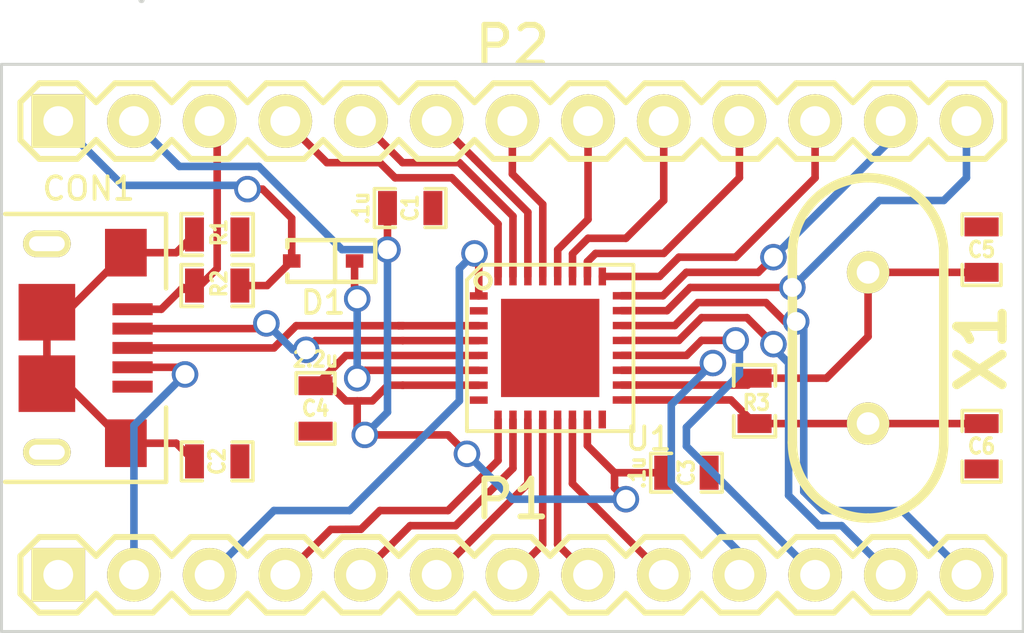
<source format=kicad_pcb>
(kicad_pcb (version 3) (host pcbnew "(2013-may-18)-stable")

  (general
    (links 57)
    (no_connects 11)
    (area 34.874999 48.844999 69.265001 67.995001)
    (thickness 1.6)
    (drawings 7)
    (tracks 218)
    (zones 0)
    (modules 15)
    (nets 34)
  )

  (page A3)
  (layers
    (15 F.Cu signal)
    (0 B.Cu signal)
    (16 B.Adhes user)
    (17 F.Adhes user)
    (18 B.Paste user)
    (19 F.Paste user)
    (20 B.SilkS user)
    (21 F.SilkS user)
    (22 B.Mask user)
    (23 F.Mask user)
    (24 Dwgs.User user)
    (25 Cmts.User user)
    (26 Eco1.User user)
    (27 Eco2.User user)
    (28 Edge.Cuts user)
  )

  (setup
    (last_trace_width 0.254)
    (trace_clearance 0.1524)
    (zone_clearance 0.508)
    (zone_45_only no)
    (trace_min 0.1524)
    (segment_width 0.2)
    (edge_width 0.1)
    (via_size 0.889)
    (via_drill 0.635)
    (via_min_size 0.889)
    (via_min_drill 0.508)
    (uvia_size 0.508)
    (uvia_drill 0.127)
    (uvias_allowed no)
    (uvia_min_size 0.508)
    (uvia_min_drill 0.127)
    (pcb_text_width 0.3)
    (pcb_text_size 1.5 1.5)
    (mod_edge_width 0.15)
    (mod_text_size 1 1)
    (mod_text_width 0.15)
    (pad_size 3.29946 3.29946)
    (pad_drill 0)
    (pad_to_mask_clearance 0)
    (aux_axis_origin 0 0)
    (visible_elements FFFFFFBF)
    (pcbplotparams
      (layerselection 3178497)
      (usegerberextensions true)
      (excludeedgelayer true)
      (linewidth 0.150000)
      (plotframeref false)
      (viasonmask false)
      (mode 1)
      (useauxorigin false)
      (hpglpennumber 1)
      (hpglpenspeed 20)
      (hpglpendiameter 15)
      (hpglpenoverlay 2)
      (psnegative false)
      (psa4output false)
      (plotreference true)
      (plotvalue true)
      (plotothertext true)
      (plotinvisibletext false)
      (padsonsilk false)
      (subtractmaskfromsilk false)
      (outputformat 1)
      (mirror false)
      (drillshape 1)
      (scaleselection 1)
      (outputdirectory ""))
  )

  (net 0 "")
  (net 1 +3.3V)
  (net 2 /ID)
  (net 3 /PTA0)
  (net 4 /PTA1)
  (net 5 /PTA2)
  (net 6 /PTA20)
  (net 7 /PTA3)
  (net 8 /PTA4)
  (net 9 /PTB0)
  (net 10 /PTB1)
  (net 11 /PTC1)
  (net 12 /PTC2)
  (net 13 /PTC3)
  (net 14 /PTC4)
  (net 15 /PTC5)
  (net 16 /PTC6)
  (net 17 /PTC7)
  (net 18 /PTD4)
  (net 19 /PTD5)
  (net 20 /PTD6)
  (net 21 /PTD7)
  (net 22 /PTE0)
  (net 23 /PTE30)
  (net 24 /U1_THERM)
  (net 25 GND)
  (net 26 N-0000011)
  (net 27 N-0000012)
  (net 28 N-0000013)
  (net 29 N-0000014)
  (net 30 N-000002)
  (net 31 N-0000025)
  (net 32 N-000003)
  (net 33 VDD)

  (net_class Default "This is the default net class."
    (clearance 0.1524)
    (trace_width 0.254)
    (via_dia 0.889)
    (via_drill 0.635)
    (uvia_dia 0.508)
    (uvia_drill 0.127)
    (add_net "")
    (add_net +3.3V)
    (add_net /ID)
    (add_net /PTA0)
    (add_net /PTA1)
    (add_net /PTA2)
    (add_net /PTA20)
    (add_net /PTA3)
    (add_net /PTA4)
    (add_net /PTB0)
    (add_net /PTB1)
    (add_net /PTC1)
    (add_net /PTC2)
    (add_net /PTC3)
    (add_net /PTC4)
    (add_net /PTC5)
    (add_net /PTC6)
    (add_net /PTC7)
    (add_net /PTD4)
    (add_net /PTD5)
    (add_net /PTD6)
    (add_net /PTD7)
    (add_net /PTE0)
    (add_net /PTE30)
    (add_net /U1_THERM)
    (add_net GND)
    (add_net N-0000011)
    (add_net N-0000012)
    (add_net N-0000013)
    (add_net N-0000014)
    (add_net N-000002)
    (add_net N-0000025)
    (add_net N-000003)
    (add_net VDD)
  )

  (module SM0603_Resistor (layer F.Cu) (tedit 54493C62) (tstamp 54489E94)
    (at 42.164 56.3245)
    (path /54489783)
    (attr smd)
    (fp_text reference R2 (at 0.0635 -0.0635 90) (layer F.SilkS)
      (effects (font (size 0.50038 0.4572) (thickness 0.1143)))
    )
    (fp_text value 0 (at -1.69926 0 90) (layer F.SilkS) hide
      (effects (font (size 0.508 0.4572) (thickness 0.1143)))
    )
    (fp_line (start -0.50038 -0.6985) (end -1.2065 -0.6985) (layer F.SilkS) (width 0.127))
    (fp_line (start -1.2065 -0.6985) (end -1.2065 0.6985) (layer F.SilkS) (width 0.127))
    (fp_line (start -1.2065 0.6985) (end -0.50038 0.6985) (layer F.SilkS) (width 0.127))
    (fp_line (start 1.2065 -0.6985) (end 0.50038 -0.6985) (layer F.SilkS) (width 0.127))
    (fp_line (start 1.2065 -0.6985) (end 1.2065 0.6985) (layer F.SilkS) (width 0.127))
    (fp_line (start 1.2065 0.6985) (end 0.50038 0.6985) (layer F.SilkS) (width 0.127))
    (pad 1 smd rect (at -0.762 0) (size 0.635 1.143)
      (layers F.Cu F.Paste F.Mask)
      (net 31 N-0000025)
    )
    (pad 2 smd rect (at 0.762 0) (size 0.635 1.143)
      (layers F.Cu F.Paste F.Mask)
      (net 33 VDD)
    )
    (model smd\resistors\R0603.wrl
      (at (xyz 0 0 0.001))
      (scale (xyz 0.5 0.5 0.5))
      (rotate (xyz 0 0 0))
    )
  )

  (module SM0603_Resistor (layer F.Cu) (tedit 54493C74) (tstamp 54489EA0)
    (at 60.198 60.198 270)
    (path /54489B96)
    (attr smd)
    (fp_text reference R3 (at 0.0635 -0.0635 360) (layer F.SilkS)
      (effects (font (size 0.50038 0.4572) (thickness 0.1143)))
    )
    (fp_text value R (at -1.69926 0 360) (layer F.SilkS) hide
      (effects (font (size 0.508 0.4572) (thickness 0.1143)))
    )
    (fp_line (start -0.50038 -0.6985) (end -1.2065 -0.6985) (layer F.SilkS) (width 0.127))
    (fp_line (start -1.2065 -0.6985) (end -1.2065 0.6985) (layer F.SilkS) (width 0.127))
    (fp_line (start -1.2065 0.6985) (end -0.50038 0.6985) (layer F.SilkS) (width 0.127))
    (fp_line (start 1.2065 -0.6985) (end 0.50038 -0.6985) (layer F.SilkS) (width 0.127))
    (fp_line (start 1.2065 -0.6985) (end 1.2065 0.6985) (layer F.SilkS) (width 0.127))
    (fp_line (start 1.2065 0.6985) (end 0.50038 0.6985) (layer F.SilkS) (width 0.127))
    (pad 1 smd rect (at -0.762 0 270) (size 0.635 1.143)
      (layers F.Cu F.Paste F.Mask)
      (net 32 N-000003)
    )
    (pad 2 smd rect (at 0.762 0 270) (size 0.635 1.143)
      (layers F.Cu F.Paste F.Mask)
      (net 30 N-000002)
    )
    (model smd\resistors\R0603.wrl
      (at (xyz 0 0 0.001))
      (scale (xyz 0.5 0.5 0.5))
      (rotate (xyz 0 0 0))
    )
  )

  (module SM0603_Capa (layer F.Cu) (tedit 5051B1EC) (tstamp 54489EC4)
    (at 57.912 62.611)
    (path /5448964E)
    (attr smd)
    (fp_text reference C3 (at 0 0 90) (layer F.SilkS)
      (effects (font (size 0.508 0.4572) (thickness 0.1143)))
    )
    (fp_text value .1u (at -1.651 0 90) (layer F.SilkS)
      (effects (font (size 0.508 0.4572) (thickness 0.1143)))
    )
    (fp_line (start 0.50038 0.65024) (end 1.19888 0.65024) (layer F.SilkS) (width 0.11938))
    (fp_line (start -0.50038 0.65024) (end -1.19888 0.65024) (layer F.SilkS) (width 0.11938))
    (fp_line (start 0.50038 -0.65024) (end 1.19888 -0.65024) (layer F.SilkS) (width 0.11938))
    (fp_line (start -1.19888 -0.65024) (end -0.50038 -0.65024) (layer F.SilkS) (width 0.11938))
    (fp_line (start 1.19888 -0.635) (end 1.19888 0.635) (layer F.SilkS) (width 0.11938))
    (fp_line (start -1.19888 0.635) (end -1.19888 -0.635) (layer F.SilkS) (width 0.11938))
    (pad 1 smd rect (at -0.762 0) (size 0.635 1.143)
      (layers F.Cu F.Paste F.Mask)
      (net 1 +3.3V)
    )
    (pad 2 smd rect (at 0.762 0) (size 0.635 1.143)
      (layers F.Cu F.Paste F.Mask)
      (net 25 GND)
    )
    (model smd\capacitors\C0603.wrl
      (at (xyz 0 0 0.001))
      (scale (xyz 0.5 0.5 0.5))
      (rotate (xyz 0 0 0))
    )
  )

  (module SM0603_Capa (layer F.Cu) (tedit 5051B1EC) (tstamp 54489ED0)
    (at 45.466 60.452 270)
    (path /5448965D)
    (attr smd)
    (fp_text reference C4 (at 0 0 360) (layer F.SilkS)
      (effects (font (size 0.508 0.4572) (thickness 0.1143)))
    )
    (fp_text value 2.2u (at -1.651 0 360) (layer F.SilkS)
      (effects (font (size 0.508 0.4572) (thickness 0.1143)))
    )
    (fp_line (start 0.50038 0.65024) (end 1.19888 0.65024) (layer F.SilkS) (width 0.11938))
    (fp_line (start -0.50038 0.65024) (end -1.19888 0.65024) (layer F.SilkS) (width 0.11938))
    (fp_line (start 0.50038 -0.65024) (end 1.19888 -0.65024) (layer F.SilkS) (width 0.11938))
    (fp_line (start -1.19888 -0.65024) (end -0.50038 -0.65024) (layer F.SilkS) (width 0.11938))
    (fp_line (start 1.19888 -0.635) (end 1.19888 0.635) (layer F.SilkS) (width 0.11938))
    (fp_line (start -1.19888 0.635) (end -1.19888 -0.635) (layer F.SilkS) (width 0.11938))
    (pad 1 smd rect (at -0.762 0 270) (size 0.635 1.143)
      (layers F.Cu F.Paste F.Mask)
      (net 1 +3.3V)
    )
    (pad 2 smd rect (at 0.762 0 270) (size 0.635 1.143)
      (layers F.Cu F.Paste F.Mask)
      (net 25 GND)
    )
    (model smd\capacitors\C0603.wrl
      (at (xyz 0 0 0.001))
      (scale (xyz 0.5 0.5 0.5))
      (rotate (xyz 0 0 0))
    )
  )

  (module QFN32-5x5 (layer F.Cu) (tedit 544B1889) (tstamp 54489F14)
    (at 53.34 58.42)
    (descr QFN32-5x5)
    (path /544894B8)
    (attr smd)
    (fp_text reference U1 (at 3.302 3.048) (layer F.SilkS)
      (effects (font (size 0.762 0.762) (thickness 0.127)))
    )
    (fp_text value MKL26Z32VFM4 (at 3.937 -2.667) (layer F.SilkS) hide
      (effects (font (size 0.762 0.635) (thickness 0.1524)))
    )
    (fp_line (start 2.794 2.794) (end -2.794 2.794) (layer F.SilkS) (width 0.127))
    (fp_line (start -2.794 2.794) (end -2.794 2.667) (layer F.SilkS) (width 0.127))
    (fp_line (start -2.286 -2.794) (end 2.794 -2.794) (layer F.SilkS) (width 0.127))
    (fp_line (start 2.794 -2.794) (end 2.794 2.794) (layer F.SilkS) (width 0.127))
    (fp_line (start -2.794 2.667) (end -2.794 -2.286) (layer F.SilkS) (width 0.127))
    (fp_line (start -2.794 -2.286) (end -2.286 -2.794) (layer F.SilkS) (width 0.127))
    (fp_circle (center -2.25298 -2.25298) (end -2.25298 -2.50444) (layer F.SilkS) (width 0.1524))
    (pad 1 smd rect (at -2.39776 -1.74752) (size 0.59944 0.24892)
      (layers F.Cu F.Paste F.Mask)
      (net 22 /PTE0)
    )
    (pad 2 smd rect (at -2.39776 -1.24714) (size 0.59944 0.24892)
      (layers F.Cu F.Paste F.Mask)
      (net 25 GND)
    )
    (pad 3 smd rect (at -2.39776 -0.74676) (size 0.59944 0.24892)
      (layers F.Cu F.Paste F.Mask)
      (net 26 N-0000011)
    )
    (pad 4 smd rect (at -2.39776 -0.24638) (size 0.59944 0.24892)
      (layers F.Cu F.Paste F.Mask)
      (net 27 N-0000012)
    )
    (pad 5 smd rect (at -2.39776 0.25146) (size 0.59944 0.24892)
      (layers F.Cu F.Paste F.Mask)
      (net 1 +3.3V)
    )
    (pad 6 smd rect (at -2.39776 0.75184) (size 0.59944 0.24892)
      (layers F.Cu F.Paste F.Mask)
      (net 29 N-0000014)
    )
    (pad 7 smd rect (at -2.39776 1.25222) (size 0.59944 0.24892)
      (layers F.Cu F.Paste F.Mask)
      (net 1 +3.3V)
    )
    (pad 8 smd rect (at -2.39776 1.7526) (size 0.59944 0.24892)
      (layers F.Cu F.Paste F.Mask)
      (net 25 GND)
    )
    (pad 13 smd rect (at 0.24892 2.40284) (size 0.24892 0.59944)
      (layers F.Cu F.Paste F.Mask)
      (net 7 /PTA3)
    )
    (pad 14 smd rect (at 0.74676 2.40284) (size 0.24892 0.59944)
      (layers F.Cu F.Paste F.Mask)
      (net 8 /PTA4)
    )
    (pad 15 smd rect (at 1.24714 2.40284) (size 0.24892 0.59944)
      (layers F.Cu F.Paste F.Mask)
      (net 1 +3.3V)
    )
    (pad 16 smd rect (at 1.74752 2.40284) (size 0.24892 0.59944)
      (layers F.Cu F.Paste F.Mask)
      (net 25 GND)
    )
    (pad 33 smd rect (at 0 0) (size 3.29946 3.29946)
      (layers F.Cu F.Paste F.Mask)
      (net 24 /U1_THERM)
    )
    (pad 9 smd rect (at -1.75006 2.40284) (size 0.24892 0.59944)
      (layers F.Cu F.Paste F.Mask)
      (net 23 /PTE30)
    )
    (pad 10 smd rect (at -1.24968 2.40284) (size 0.24892 0.59944)
      (layers F.Cu F.Paste F.Mask)
      (net 3 /PTA0)
    )
    (pad 11 smd rect (at -0.7493 2.40284) (size 0.24892 0.59944)
      (layers F.Cu F.Paste F.Mask)
      (net 4 /PTA1)
    )
    (pad 12 smd rect (at -0.25146 2.40284) (size 0.24892 0.59944)
      (layers F.Cu F.Paste F.Mask)
      (net 5 /PTA2)
    )
    (pad 17 smd rect (at 2.39776 1.74752) (size 0.59944 0.24892)
      (layers F.Cu F.Paste F.Mask)
      (net 30 N-000002)
    )
    (pad 18 smd rect (at 2.4003 1.24714) (size 0.59944 0.24892)
      (layers F.Cu F.Paste F.Mask)
      (net 32 N-000003)
    )
    (pad 19 smd rect (at 2.4003 0.7493) (size 0.59944 0.24892)
      (layers F.Cu F.Paste F.Mask)
      (net 6 /PTA20)
    )
    (pad 20 smd rect (at 2.4003 0.24892) (size 0.59944 0.24892)
      (layers F.Cu F.Paste F.Mask)
      (net 9 /PTB0)
    )
    (pad 21 smd rect (at 2.4003 -0.25146) (size 0.59944 0.24892)
      (layers F.Cu F.Paste F.Mask)
      (net 10 /PTB1)
    )
    (pad 22 smd rect (at 2.4003 -0.75184) (size 0.59944 0.24892)
      (layers F.Cu F.Paste F.Mask)
      (net 11 /PTC1)
    )
    (pad 23 smd rect (at 2.4003 -1.25222) (size 0.59944 0.24892)
      (layers F.Cu F.Paste F.Mask)
      (net 12 /PTC2)
    )
    (pad 24 smd rect (at 2.4003 -1.7526) (size 0.59944 0.24892)
      (layers F.Cu F.Paste F.Mask)
      (net 13 /PTC3)
    )
    (pad 25 smd rect (at 1.75006 -2.4003) (size 0.24892 0.59944)
      (layers F.Cu F.Paste F.Mask)
      (net 14 /PTC4)
    )
    (pad 26 smd rect (at 1.24968 -2.4003) (size 0.24892 0.59944)
      (layers F.Cu F.Paste F.Mask)
      (net 15 /PTC5)
    )
    (pad 27 smd rect (at 0.7493 -2.4003) (size 0.24892 0.59944)
      (layers F.Cu F.Paste F.Mask)
      (net 16 /PTC6)
    )
    (pad 28 smd rect (at 0.25146 -2.4003) (size 0.24892 0.59944)
      (layers F.Cu F.Paste F.Mask)
      (net 17 /PTC7)
    )
    (pad 29 smd rect (at -0.24892 -2.4003) (size 0.24892 0.59944)
      (layers F.Cu F.Paste F.Mask)
      (net 18 /PTD4)
    )
    (pad 30 smd rect (at -0.7493 -2.4003) (size 0.24892 0.59944)
      (layers F.Cu F.Paste F.Mask)
      (net 19 /PTD5)
    )
    (pad 31 smd rect (at -1.24968 -2.4003) (size 0.24892 0.59944)
      (layers F.Cu F.Paste F.Mask)
      (net 20 /PTD6)
    )
    (pad 32 smd rect (at -1.75006 -2.4003) (size 0.24892 0.59944)
      (layers F.Cu F.Paste F.Mask)
      (net 21 /PTD7)
    )
  )

  (module HC-49V (layer F.Cu) (tedit 544923CA) (tstamp 54489F20)
    (at 64.008 58.42 270)
    (descr "Quartz boitier HC-49 Vertical")
    (tags "QUARTZ DEV")
    (path /54489BAA)
    (autoplace_cost180 10)
    (fp_text reference X1 (at 0 -3.81 270) (layer F.SilkS)
      (effects (font (size 1.524 1.524) (thickness 0.3048)))
    )
    (fp_text value CRYSTAL (at 0.635 10.922 270) (layer F.SilkS) hide
      (effects (font (size 1.524 1.524) (thickness 0.3048)))
    )
    (fp_line (start -3.175 2.54) (end 3.175 2.54) (layer F.SilkS) (width 0.3175))
    (fp_line (start -3.175 -2.54) (end 3.175 -2.54) (layer F.SilkS) (width 0.3175))
    (fp_arc (start 3.175 0) (end 3.175 -2.54) (angle 90) (layer F.SilkS) (width 0.3175))
    (fp_arc (start 3.175 0) (end 5.715 0) (angle 90) (layer F.SilkS) (width 0.3175))
    (fp_arc (start -3.175 0) (end -5.715 0) (angle 90) (layer F.SilkS) (width 0.3175))
    (fp_arc (start -3.175 0) (end -3.175 2.54) (angle 90) (layer F.SilkS) (width 0.3175))
    (pad 1 thru_hole circle (at -2.54 0 270) (size 1.4224 1.4224) (drill 0.762)
      (layers *.Cu *.Mask F.SilkS)
      (net 32 N-000003)
    )
    (pad 2 thru_hole circle (at 2.54 0 270) (size 1.4224 1.4224) (drill 0.762)
      (layers *.Cu *.Mask F.SilkS)
      (net 30 N-000002)
    )
    (model discret/xtal/crystal_hc18u_vertical.wrl
      (at (xyz 0 0 0))
      (scale (xyz 1 1 0.2))
      (rotate (xyz 0 0 0))
    )
  )

  (module 1x13 (layer F.Cu) (tedit 54493E7C) (tstamp 5448BAEE)
    (at 52.07 66.04)
    (path /54489EC5)
    (fp_text reference P1 (at 0 -2.54) (layer F.SilkS)
      (effects (font (size 1.27 1.27) (thickness 0.2)))
    )
    (fp_text value CONN_13 (at 0 2.54) (layer F.SilkS) hide
      (effects (font (size 1.27 1.27) (thickness 0.2)))
    )
    (fp_line (start 16.51 0.635) (end 15.875 1.27) (layer F.SilkS) (width 0.2))
    (fp_line (start 15.875 1.27) (end 14.605 1.27) (layer F.SilkS) (width 0.2))
    (fp_line (start 14.605 1.27) (end 13.97 0.635) (layer F.SilkS) (width 0.2))
    (fp_line (start 13.97 -0.635) (end 14.605 -1.27) (layer F.SilkS) (width 0.2))
    (fp_line (start 14.605 -1.27) (end 15.875 -1.27) (layer F.SilkS) (width 0.2))
    (fp_line (start 15.875 -1.27) (end 16.51 -0.635) (layer F.SilkS) (width 0.2))
    (fp_line (start 13.97 0.635) (end 13.335 1.27) (layer F.SilkS) (width 0.2))
    (fp_line (start 13.335 1.27) (end 12.7 1.27) (layer F.SilkS) (width 0.2))
    (fp_line (start 12.7 1.27) (end 12.065 1.27) (layer F.SilkS) (width 0.2))
    (fp_line (start 12.065 1.27) (end 11.43 0.635) (layer F.SilkS) (width 0.2))
    (fp_line (start 11.43 -0.635) (end 12.065 -1.27) (layer F.SilkS) (width 0.2))
    (fp_line (start 12.065 -1.27) (end 13.335 -1.27) (layer F.SilkS) (width 0.2))
    (fp_line (start 13.335 -1.27) (end 13.97 -0.635) (layer F.SilkS) (width 0.2))
    (fp_line (start 11.43 0.635) (end 10.795 1.27) (layer F.SilkS) (width 0.2))
    (fp_line (start 10.795 1.27) (end 9.525 1.27) (layer F.SilkS) (width 0.2))
    (fp_line (start 9.525 1.27) (end 8.89 0.635) (layer F.SilkS) (width 0.2))
    (fp_line (start 8.89 -0.635) (end 9.525 -1.27) (layer F.SilkS) (width 0.2))
    (fp_line (start 9.525 -1.27) (end 10.795 -1.27) (layer F.SilkS) (width 0.2))
    (fp_line (start 10.795 -1.27) (end 11.43 -0.635) (layer F.SilkS) (width 0.2))
    (fp_line (start -16.51 0.635) (end -15.875 1.27) (layer F.SilkS) (width 0.2))
    (fp_line (start -15.875 1.27) (end -14.605 1.27) (layer F.SilkS) (width 0.2))
    (fp_line (start -14.605 1.27) (end -13.97 0.635) (layer F.SilkS) (width 0.2))
    (fp_line (start -16.51 -0.635) (end -15.875 -1.27) (layer F.SilkS) (width 0.2))
    (fp_line (start -15.875 -1.27) (end -14.605 -1.27) (layer F.SilkS) (width 0.2))
    (fp_line (start -14.605 -1.27) (end -13.97 -0.635) (layer F.SilkS) (width 0.2))
    (fp_line (start 8.89 -0.635) (end 8.255 -1.27) (layer F.SilkS) (width 0.2))
    (fp_line (start 8.255 -1.27) (end 6.985 -1.27) (layer F.SilkS) (width 0.2))
    (fp_line (start 6.985 -1.27) (end 6.35 -0.635) (layer F.SilkS) (width 0.2))
    (fp_line (start 6.35 0.635) (end 6.985 1.27) (layer F.SilkS) (width 0.2))
    (fp_line (start 6.985 1.27) (end 8.255 1.27) (layer F.SilkS) (width 0.2))
    (fp_line (start 8.255 1.27) (end 8.89 0.635) (layer F.SilkS) (width 0.2))
    (fp_line (start -11.43 0.635) (end -12.065 1.27) (layer F.SilkS) (width 0.2))
    (fp_line (start -12.065 1.27) (end -13.335 1.27) (layer F.SilkS) (width 0.2))
    (fp_line (start -13.335 1.27) (end -13.97 0.635) (layer F.SilkS) (width 0.2))
    (fp_line (start -13.97 -0.635) (end -13.335 -1.27) (layer F.SilkS) (width 0.2))
    (fp_line (start -13.335 -1.27) (end -12.065 -1.27) (layer F.SilkS) (width 0.2))
    (fp_line (start -12.065 -1.27) (end -11.43 -0.635) (layer F.SilkS) (width 0.2))
    (fp_line (start 6.35 0.635) (end 5.715 1.27) (layer F.SilkS) (width 0.2))
    (fp_line (start 5.715 1.27) (end 4.445 1.27) (layer F.SilkS) (width 0.2))
    (fp_line (start 4.445 1.27) (end 3.81 0.635) (layer F.SilkS) (width 0.2))
    (fp_line (start 3.81 -0.635) (end 4.445 -1.27) (layer F.SilkS) (width 0.2))
    (fp_line (start 4.445 -1.27) (end 5.715 -1.27) (layer F.SilkS) (width 0.2))
    (fp_line (start 5.715 -1.27) (end 6.35 -0.635) (layer F.SilkS) (width 0.2))
    (fp_line (start -8.89 0.635) (end -9.525 1.27) (layer F.SilkS) (width 0.2))
    (fp_line (start -9.525 1.27) (end -10.795 1.27) (layer F.SilkS) (width 0.2))
    (fp_line (start -10.795 1.27) (end -11.43 0.635) (layer F.SilkS) (width 0.2))
    (fp_line (start -11.43 -0.635) (end -10.795 -1.27) (layer F.SilkS) (width 0.2))
    (fp_line (start -10.795 -1.27) (end -9.525 -1.27) (layer F.SilkS) (width 0.2))
    (fp_line (start -9.525 -1.27) (end -8.89 -0.635) (layer F.SilkS) (width 0.2))
    (fp_line (start -8.255 -1.27) (end -8.89 -0.635) (layer F.SilkS) (width 0.2))
    (fp_line (start -16.51 -0.635) (end -16.51 0.635) (layer F.SilkS) (width 0.2))
    (fp_line (start -8.89 0.635) (end -8.255 1.27) (layer F.SilkS) (width 0.2))
    (fp_line (start -8.255 1.27) (end -6.985 1.27) (layer F.SilkS) (width 0.2))
    (fp_line (start -6.985 1.27) (end -6.35 0.635) (layer F.SilkS) (width 0.2))
    (fp_line (start -6.35 0.635) (end -5.715 1.27) (layer F.SilkS) (width 0.2))
    (fp_line (start -5.715 1.27) (end -4.445 1.27) (layer F.SilkS) (width 0.2))
    (fp_line (start -4.445 1.27) (end -3.81 0.635) (layer F.SilkS) (width 0.2))
    (fp_line (start -3.81 0.635) (end -3.175 1.27) (layer F.SilkS) (width 0.2))
    (fp_line (start -3.175 1.27) (end -1.905 1.27) (layer F.SilkS) (width 0.2))
    (fp_line (start -1.905 1.27) (end -1.27 0.635) (layer F.SilkS) (width 0.2))
    (fp_line (start -1.27 0.635) (end -0.635 1.27) (layer F.SilkS) (width 0.2))
    (fp_line (start -0.635 1.27) (end 0.635 1.27) (layer F.SilkS) (width 0.2))
    (fp_line (start 0.635 1.27) (end 1.27 0.635) (layer F.SilkS) (width 0.2))
    (fp_line (start 1.27 0.635) (end 1.905 1.27) (layer F.SilkS) (width 0.2))
    (fp_line (start 1.905 1.27) (end 3.175 1.27) (layer F.SilkS) (width 0.2))
    (fp_line (start 3.175 1.27) (end 3.81 0.635) (layer F.SilkS) (width 0.2))
    (fp_line (start 16.51 0.635) (end 16.51 -0.635) (layer F.SilkS) (width 0.2))
    (fp_line (start 3.81 -0.635) (end 3.175 -1.27) (layer F.SilkS) (width 0.2))
    (fp_line (start 3.175 -1.27) (end 1.905 -1.27) (layer F.SilkS) (width 0.2))
    (fp_line (start 1.905 -1.27) (end 1.27 -0.635) (layer F.SilkS) (width 0.2))
    (fp_line (start 1.27 -0.635) (end 0.635 -1.27) (layer F.SilkS) (width 0.2))
    (fp_line (start 0.635 -1.27) (end -0.635 -1.27) (layer F.SilkS) (width 0.2))
    (fp_line (start -0.635 -1.27) (end -1.27 -0.635) (layer F.SilkS) (width 0.2))
    (fp_line (start -1.27 -0.635) (end -1.905 -1.27) (layer F.SilkS) (width 0.2))
    (fp_line (start -1.905 -1.27) (end -3.175 -1.27) (layer F.SilkS) (width 0.2))
    (fp_line (start -3.175 -1.27) (end -3.81 -0.635) (layer F.SilkS) (width 0.2))
    (fp_line (start -3.81 -0.635) (end -4.445 -1.27) (layer F.SilkS) (width 0.2))
    (fp_line (start -4.445 -1.27) (end -5.715 -1.27) (layer F.SilkS) (width 0.2))
    (fp_line (start -5.715 -1.27) (end -6.35 -0.635) (layer F.SilkS) (width 0.2))
    (fp_line (start -6.35 -0.635) (end -6.985 -1.27) (layer F.SilkS) (width 0.2))
    (fp_line (start -6.985 -1.27) (end -8.255 -1.27) (layer F.SilkS) (width 0.2))
    (pad 1 thru_hole rect (at -15.24 0) (size 1.8 1.8) (drill 1)
      (layers *.Cu *.Mask F.SilkS)
      (net 25 GND)
    )
    (pad 2 thru_hole circle (at -12.7 0) (size 1.8 1.8) (drill 1)
      (layers *.Cu *.Mask F.SilkS)
      (net 2 /ID)
    )
    (pad 3 thru_hole circle (at -10.16 0) (size 1.8 1.8) (drill 1)
      (layers *.Cu *.Mask F.SilkS)
      (net 22 /PTE0)
    )
    (pad 4 thru_hole circle (at -7.62 0) (size 1.8 1.8) (drill 1)
      (layers *.Cu *.Mask F.SilkS)
      (net 23 /PTE30)
    )
    (pad 5 thru_hole circle (at -5.08 0) (size 1.8 1.8) (drill 1)
      (layers *.Cu *.Mask F.SilkS)
      (net 3 /PTA0)
    )
    (pad 7 thru_hole circle (at 0 0) (size 1.8 1.8) (drill 1)
      (layers *.Cu *.Mask F.SilkS)
      (net 5 /PTA2)
    )
    (pad 6 thru_hole circle (at -2.54 0) (size 1.8 1.8) (drill 1)
      (layers *.Cu *.Mask F.SilkS)
      (net 4 /PTA1)
    )
    (pad 8 thru_hole circle (at 2.54 0) (size 1.8 1.8) (drill 1)
      (layers *.Cu *.Mask F.SilkS)
      (net 7 /PTA3)
    )
    (pad 9 thru_hole circle (at 5.08 0) (size 1.8 1.8) (drill 1)
      (layers *.Cu *.Mask F.SilkS)
      (net 8 /PTA4)
    )
    (pad 10 thru_hole circle (at 7.62 0) (size 1.8 1.8) (drill 1)
      (layers *.Cu *.Mask F.SilkS)
      (net 6 /PTA20)
    )
    (pad 11 thru_hole circle (at 10.16 0) (size 1.8 1.8) (drill 1)
      (layers *.Cu *.Mask F.SilkS)
      (net 9 /PTB0)
    )
    (pad 12 thru_hole circle (at 12.7 0) (size 1.8 1.8) (drill 1)
      (layers *.Cu *.Mask F.SilkS)
      (net 10 /PTB1)
    )
    (pad 13 thru_hole circle (at 15.24 0) (size 1.8 1.8) (drill 1)
      (layers *.Cu *.Mask F.SilkS)
      (net 11 /PTC1)
    )
    (model pin_header/1x13.wrl
      (at (xyz 0 0 0))
      (scale (xyz 1 1 1))
      (rotate (xyz 0 0 0))
    )
  )

  (module 1x13 (layer F.Cu) (tedit 54493E77) (tstamp 5448BB50)
    (at 52.07 50.8)
    (path /54489ED4)
    (fp_text reference P2 (at 0 -2.54) (layer F.SilkS)
      (effects (font (size 1.27 1.27) (thickness 0.2)))
    )
    (fp_text value CONN_13 (at 0 2.54) (layer F.SilkS) hide
      (effects (font (size 1.27 1.27) (thickness 0.2)))
    )
    (fp_line (start 16.51 0.635) (end 15.875 1.27) (layer F.SilkS) (width 0.2))
    (fp_line (start 15.875 1.27) (end 14.605 1.27) (layer F.SilkS) (width 0.2))
    (fp_line (start 14.605 1.27) (end 13.97 0.635) (layer F.SilkS) (width 0.2))
    (fp_line (start 13.97 -0.635) (end 14.605 -1.27) (layer F.SilkS) (width 0.2))
    (fp_line (start 14.605 -1.27) (end 15.875 -1.27) (layer F.SilkS) (width 0.2))
    (fp_line (start 15.875 -1.27) (end 16.51 -0.635) (layer F.SilkS) (width 0.2))
    (fp_line (start 13.97 0.635) (end 13.335 1.27) (layer F.SilkS) (width 0.2))
    (fp_line (start 13.335 1.27) (end 12.7 1.27) (layer F.SilkS) (width 0.2))
    (fp_line (start 12.7 1.27) (end 12.065 1.27) (layer F.SilkS) (width 0.2))
    (fp_line (start 12.065 1.27) (end 11.43 0.635) (layer F.SilkS) (width 0.2))
    (fp_line (start 11.43 -0.635) (end 12.065 -1.27) (layer F.SilkS) (width 0.2))
    (fp_line (start 12.065 -1.27) (end 13.335 -1.27) (layer F.SilkS) (width 0.2))
    (fp_line (start 13.335 -1.27) (end 13.97 -0.635) (layer F.SilkS) (width 0.2))
    (fp_line (start 11.43 0.635) (end 10.795 1.27) (layer F.SilkS) (width 0.2))
    (fp_line (start 10.795 1.27) (end 9.525 1.27) (layer F.SilkS) (width 0.2))
    (fp_line (start 9.525 1.27) (end 8.89 0.635) (layer F.SilkS) (width 0.2))
    (fp_line (start 8.89 -0.635) (end 9.525 -1.27) (layer F.SilkS) (width 0.2))
    (fp_line (start 9.525 -1.27) (end 10.795 -1.27) (layer F.SilkS) (width 0.2))
    (fp_line (start 10.795 -1.27) (end 11.43 -0.635) (layer F.SilkS) (width 0.2))
    (fp_line (start -16.51 0.635) (end -15.875 1.27) (layer F.SilkS) (width 0.2))
    (fp_line (start -15.875 1.27) (end -14.605 1.27) (layer F.SilkS) (width 0.2))
    (fp_line (start -14.605 1.27) (end -13.97 0.635) (layer F.SilkS) (width 0.2))
    (fp_line (start -16.51 -0.635) (end -15.875 -1.27) (layer F.SilkS) (width 0.2))
    (fp_line (start -15.875 -1.27) (end -14.605 -1.27) (layer F.SilkS) (width 0.2))
    (fp_line (start -14.605 -1.27) (end -13.97 -0.635) (layer F.SilkS) (width 0.2))
    (fp_line (start 8.89 -0.635) (end 8.255 -1.27) (layer F.SilkS) (width 0.2))
    (fp_line (start 8.255 -1.27) (end 6.985 -1.27) (layer F.SilkS) (width 0.2))
    (fp_line (start 6.985 -1.27) (end 6.35 -0.635) (layer F.SilkS) (width 0.2))
    (fp_line (start 6.35 0.635) (end 6.985 1.27) (layer F.SilkS) (width 0.2))
    (fp_line (start 6.985 1.27) (end 8.255 1.27) (layer F.SilkS) (width 0.2))
    (fp_line (start 8.255 1.27) (end 8.89 0.635) (layer F.SilkS) (width 0.2))
    (fp_line (start -11.43 0.635) (end -12.065 1.27) (layer F.SilkS) (width 0.2))
    (fp_line (start -12.065 1.27) (end -13.335 1.27) (layer F.SilkS) (width 0.2))
    (fp_line (start -13.335 1.27) (end -13.97 0.635) (layer F.SilkS) (width 0.2))
    (fp_line (start -13.97 -0.635) (end -13.335 -1.27) (layer F.SilkS) (width 0.2))
    (fp_line (start -13.335 -1.27) (end -12.065 -1.27) (layer F.SilkS) (width 0.2))
    (fp_line (start -12.065 -1.27) (end -11.43 -0.635) (layer F.SilkS) (width 0.2))
    (fp_line (start 6.35 0.635) (end 5.715 1.27) (layer F.SilkS) (width 0.2))
    (fp_line (start 5.715 1.27) (end 4.445 1.27) (layer F.SilkS) (width 0.2))
    (fp_line (start 4.445 1.27) (end 3.81 0.635) (layer F.SilkS) (width 0.2))
    (fp_line (start 3.81 -0.635) (end 4.445 -1.27) (layer F.SilkS) (width 0.2))
    (fp_line (start 4.445 -1.27) (end 5.715 -1.27) (layer F.SilkS) (width 0.2))
    (fp_line (start 5.715 -1.27) (end 6.35 -0.635) (layer F.SilkS) (width 0.2))
    (fp_line (start -8.89 0.635) (end -9.525 1.27) (layer F.SilkS) (width 0.2))
    (fp_line (start -9.525 1.27) (end -10.795 1.27) (layer F.SilkS) (width 0.2))
    (fp_line (start -10.795 1.27) (end -11.43 0.635) (layer F.SilkS) (width 0.2))
    (fp_line (start -11.43 -0.635) (end -10.795 -1.27) (layer F.SilkS) (width 0.2))
    (fp_line (start -10.795 -1.27) (end -9.525 -1.27) (layer F.SilkS) (width 0.2))
    (fp_line (start -9.525 -1.27) (end -8.89 -0.635) (layer F.SilkS) (width 0.2))
    (fp_line (start -8.255 -1.27) (end -8.89 -0.635) (layer F.SilkS) (width 0.2))
    (fp_line (start -16.51 -0.635) (end -16.51 0.635) (layer F.SilkS) (width 0.2))
    (fp_line (start -8.89 0.635) (end -8.255 1.27) (layer F.SilkS) (width 0.2))
    (fp_line (start -8.255 1.27) (end -6.985 1.27) (layer F.SilkS) (width 0.2))
    (fp_line (start -6.985 1.27) (end -6.35 0.635) (layer F.SilkS) (width 0.2))
    (fp_line (start -6.35 0.635) (end -5.715 1.27) (layer F.SilkS) (width 0.2))
    (fp_line (start -5.715 1.27) (end -4.445 1.27) (layer F.SilkS) (width 0.2))
    (fp_line (start -4.445 1.27) (end -3.81 0.635) (layer F.SilkS) (width 0.2))
    (fp_line (start -3.81 0.635) (end -3.175 1.27) (layer F.SilkS) (width 0.2))
    (fp_line (start -3.175 1.27) (end -1.905 1.27) (layer F.SilkS) (width 0.2))
    (fp_line (start -1.905 1.27) (end -1.27 0.635) (layer F.SilkS) (width 0.2))
    (fp_line (start -1.27 0.635) (end -0.635 1.27) (layer F.SilkS) (width 0.2))
    (fp_line (start -0.635 1.27) (end 0.635 1.27) (layer F.SilkS) (width 0.2))
    (fp_line (start 0.635 1.27) (end 1.27 0.635) (layer F.SilkS) (width 0.2))
    (fp_line (start 1.27 0.635) (end 1.905 1.27) (layer F.SilkS) (width 0.2))
    (fp_line (start 1.905 1.27) (end 3.175 1.27) (layer F.SilkS) (width 0.2))
    (fp_line (start 3.175 1.27) (end 3.81 0.635) (layer F.SilkS) (width 0.2))
    (fp_line (start 16.51 0.635) (end 16.51 -0.635) (layer F.SilkS) (width 0.2))
    (fp_line (start 3.81 -0.635) (end 3.175 -1.27) (layer F.SilkS) (width 0.2))
    (fp_line (start 3.175 -1.27) (end 1.905 -1.27) (layer F.SilkS) (width 0.2))
    (fp_line (start 1.905 -1.27) (end 1.27 -0.635) (layer F.SilkS) (width 0.2))
    (fp_line (start 1.27 -0.635) (end 0.635 -1.27) (layer F.SilkS) (width 0.2))
    (fp_line (start 0.635 -1.27) (end -0.635 -1.27) (layer F.SilkS) (width 0.2))
    (fp_line (start -0.635 -1.27) (end -1.27 -0.635) (layer F.SilkS) (width 0.2))
    (fp_line (start -1.27 -0.635) (end -1.905 -1.27) (layer F.SilkS) (width 0.2))
    (fp_line (start -1.905 -1.27) (end -3.175 -1.27) (layer F.SilkS) (width 0.2))
    (fp_line (start -3.175 -1.27) (end -3.81 -0.635) (layer F.SilkS) (width 0.2))
    (fp_line (start -3.81 -0.635) (end -4.445 -1.27) (layer F.SilkS) (width 0.2))
    (fp_line (start -4.445 -1.27) (end -5.715 -1.27) (layer F.SilkS) (width 0.2))
    (fp_line (start -5.715 -1.27) (end -6.35 -0.635) (layer F.SilkS) (width 0.2))
    (fp_line (start -6.35 -0.635) (end -6.985 -1.27) (layer F.SilkS) (width 0.2))
    (fp_line (start -6.985 -1.27) (end -8.255 -1.27) (layer F.SilkS) (width 0.2))
    (pad 1 thru_hole rect (at -15.24 0) (size 1.8 1.8) (drill 1)
      (layers *.Cu *.Mask F.SilkS)
      (net 33 VDD)
    )
    (pad 2 thru_hole circle (at -12.7 0) (size 1.8 1.8) (drill 1)
      (layers *.Cu *.Mask F.SilkS)
      (net 1 +3.3V)
    )
    (pad 3 thru_hole circle (at -10.16 0) (size 1.8 1.8) (drill 1)
      (layers *.Cu *.Mask F.SilkS)
      (net 31 N-0000025)
    )
    (pad 4 thru_hole circle (at -7.62 0) (size 1.8 1.8) (drill 1)
      (layers *.Cu *.Mask F.SilkS)
      (net 21 /PTD7)
    )
    (pad 5 thru_hole circle (at -5.08 0) (size 1.8 1.8) (drill 1)
      (layers *.Cu *.Mask F.SilkS)
      (net 20 /PTD6)
    )
    (pad 7 thru_hole circle (at 0 0) (size 1.8 1.8) (drill 1)
      (layers *.Cu *.Mask F.SilkS)
      (net 18 /PTD4)
    )
    (pad 6 thru_hole circle (at -2.54 0) (size 1.8 1.8) (drill 1)
      (layers *.Cu *.Mask F.SilkS)
      (net 19 /PTD5)
    )
    (pad 8 thru_hole circle (at 2.54 0) (size 1.8 1.8) (drill 1)
      (layers *.Cu *.Mask F.SilkS)
      (net 17 /PTC7)
    )
    (pad 9 thru_hole circle (at 5.08 0) (size 1.8 1.8) (drill 1)
      (layers *.Cu *.Mask F.SilkS)
      (net 16 /PTC6)
    )
    (pad 10 thru_hole circle (at 7.62 0) (size 1.8 1.8) (drill 1)
      (layers *.Cu *.Mask F.SilkS)
      (net 15 /PTC5)
    )
    (pad 11 thru_hole circle (at 10.16 0) (size 1.8 1.8) (drill 1)
      (layers *.Cu *.Mask F.SilkS)
      (net 14 /PTC4)
    )
    (pad 12 thru_hole circle (at 12.7 0) (size 1.8 1.8) (drill 1)
      (layers *.Cu *.Mask F.SilkS)
      (net 13 /PTC3)
    )
    (pad 13 thru_hole circle (at 15.24 0) (size 1.8 1.8) (drill 1)
      (layers *.Cu *.Mask F.SilkS)
      (net 12 /PTC2)
    )
    (model pin_header/1x13.wrl
      (at (xyz 0 0 0))
      (scale (xyz 1 1 1))
      (rotate (xyz 0 0 0))
    )
  )

  (module SM0603_Resistor (layer F.Cu) (tedit 54493C38) (tstamp 5449376D)
    (at 42.164 54.61)
    (path /54489598)
    (attr smd)
    (fp_text reference R1 (at 0.0635 -0.0635 90) (layer F.SilkS)
      (effects (font (size 0.50038 0.4572) (thickness 0.1143)))
    )
    (fp_text value 1meg (at -1.69926 0 90) (layer F.SilkS) hide
      (effects (font (size 0.508 0.4572) (thickness 0.1143)))
    )
    (fp_line (start -0.50038 -0.6985) (end -1.2065 -0.6985) (layer F.SilkS) (width 0.127))
    (fp_line (start -1.2065 -0.6985) (end -1.2065 0.6985) (layer F.SilkS) (width 0.127))
    (fp_line (start -1.2065 0.6985) (end -0.50038 0.6985) (layer F.SilkS) (width 0.127))
    (fp_line (start 1.2065 -0.6985) (end 0.50038 -0.6985) (layer F.SilkS) (width 0.127))
    (fp_line (start 1.2065 -0.6985) (end 1.2065 0.6985) (layer F.SilkS) (width 0.127))
    (fp_line (start 1.2065 0.6985) (end 0.50038 0.6985) (layer F.SilkS) (width 0.127))
    (pad 1 smd rect (at -0.762 0) (size 0.635 1.143)
      (layers F.Cu F.Paste F.Mask)
      (net 28 N-0000013)
    )
    (pad 2 smd rect (at 0.762 0) (size 0.635 1.143)
      (layers F.Cu F.Paste F.Mask)
      (net 25 GND)
    )
    (model smd\resistors\R0603.wrl
      (at (xyz 0 0 0.001))
      (scale (xyz 0.5 0.5 0.5))
      (rotate (xyz 0 0 0))
    )
  )

  (module SM0603_Capa (layer F.Cu) (tedit 54493C68) (tstamp 54493779)
    (at 42.164 62.23)
    (path /5448957F)
    (attr smd)
    (fp_text reference C2 (at 0 0 90) (layer F.SilkS)
      (effects (font (size 0.508 0.4572) (thickness 0.1143)))
    )
    (fp_text value 4.7n (at -1.651 0 90) (layer F.SilkS) hide
      (effects (font (size 0.508 0.4572) (thickness 0.1143)))
    )
    (fp_line (start 0.50038 0.65024) (end 1.19888 0.65024) (layer F.SilkS) (width 0.11938))
    (fp_line (start -0.50038 0.65024) (end -1.19888 0.65024) (layer F.SilkS) (width 0.11938))
    (fp_line (start 0.50038 -0.65024) (end 1.19888 -0.65024) (layer F.SilkS) (width 0.11938))
    (fp_line (start -1.19888 -0.65024) (end -0.50038 -0.65024) (layer F.SilkS) (width 0.11938))
    (fp_line (start 1.19888 -0.635) (end 1.19888 0.635) (layer F.SilkS) (width 0.11938))
    (fp_line (start -1.19888 0.635) (end -1.19888 -0.635) (layer F.SilkS) (width 0.11938))
    (pad 1 smd rect (at -0.762 0) (size 0.635 1.143)
      (layers F.Cu F.Paste F.Mask)
      (net 28 N-0000013)
    )
    (pad 2 smd rect (at 0.762 0) (size 0.635 1.143)
      (layers F.Cu F.Paste F.Mask)
      (net 25 GND)
    )
    (model smd\capacitors\C0603.wrl
      (at (xyz 0 0 0.001))
      (scale (xyz 0.5 0.5 0.5))
      (rotate (xyz 0 0 0))
    )
  )

  (module SM0603_Capa (layer F.Cu) (tedit 5051B1EC) (tstamp 54493785)
    (at 48.641 53.721)
    (path /5448963F)
    (attr smd)
    (fp_text reference C1 (at 0 0 90) (layer F.SilkS)
      (effects (font (size 0.508 0.4572) (thickness 0.1143)))
    )
    (fp_text value .1u (at -1.651 0 90) (layer F.SilkS)
      (effects (font (size 0.508 0.4572) (thickness 0.1143)))
    )
    (fp_line (start 0.50038 0.65024) (end 1.19888 0.65024) (layer F.SilkS) (width 0.11938))
    (fp_line (start -0.50038 0.65024) (end -1.19888 0.65024) (layer F.SilkS) (width 0.11938))
    (fp_line (start 0.50038 -0.65024) (end 1.19888 -0.65024) (layer F.SilkS) (width 0.11938))
    (fp_line (start -1.19888 -0.65024) (end -0.50038 -0.65024) (layer F.SilkS) (width 0.11938))
    (fp_line (start 1.19888 -0.635) (end 1.19888 0.635) (layer F.SilkS) (width 0.11938))
    (fp_line (start -1.19888 0.635) (end -1.19888 -0.635) (layer F.SilkS) (width 0.11938))
    (pad 1 smd rect (at -0.762 0) (size 0.635 1.143)
      (layers F.Cu F.Paste F.Mask)
      (net 1 +3.3V)
    )
    (pad 2 smd rect (at 0.762 0) (size 0.635 1.143)
      (layers F.Cu F.Paste F.Mask)
      (net 25 GND)
    )
    (model smd\capacitors\C0603.wrl
      (at (xyz 0 0 0.001))
      (scale (xyz 0.5 0.5 0.5))
      (rotate (xyz 0 0 0))
    )
  )

  (module SM0603_Capa (layer F.Cu) (tedit 54493C82) (tstamp 54493791)
    (at 67.818 55.118 90)
    (path /54489B6E)
    (attr smd)
    (fp_text reference C5 (at 0 0 180) (layer F.SilkS)
      (effects (font (size 0.508 0.4572) (thickness 0.1143)))
    )
    (fp_text value 20p (at -1.651 0 180) (layer F.SilkS) hide
      (effects (font (size 0.508 0.4572) (thickness 0.1143)))
    )
    (fp_line (start 0.50038 0.65024) (end 1.19888 0.65024) (layer F.SilkS) (width 0.11938))
    (fp_line (start -0.50038 0.65024) (end -1.19888 0.65024) (layer F.SilkS) (width 0.11938))
    (fp_line (start 0.50038 -0.65024) (end 1.19888 -0.65024) (layer F.SilkS) (width 0.11938))
    (fp_line (start -1.19888 -0.65024) (end -0.50038 -0.65024) (layer F.SilkS) (width 0.11938))
    (fp_line (start 1.19888 -0.635) (end 1.19888 0.635) (layer F.SilkS) (width 0.11938))
    (fp_line (start -1.19888 0.635) (end -1.19888 -0.635) (layer F.SilkS) (width 0.11938))
    (pad 1 smd rect (at -0.762 0 90) (size 0.635 1.143)
      (layers F.Cu F.Paste F.Mask)
      (net 32 N-000003)
    )
    (pad 2 smd rect (at 0.762 0 90) (size 0.635 1.143)
      (layers F.Cu F.Paste F.Mask)
      (net 25 GND)
    )
    (model smd\capacitors\C0603.wrl
      (at (xyz 0 0 0.001))
      (scale (xyz 0.5 0.5 0.5))
      (rotate (xyz 0 0 0))
    )
  )

  (module SM0603_Capa (layer F.Cu) (tedit 54493C7D) (tstamp 5449379D)
    (at 67.818 61.722 270)
    (path /54489B7D)
    (attr smd)
    (fp_text reference C6 (at 0 0 360) (layer F.SilkS)
      (effects (font (size 0.508 0.4572) (thickness 0.1143)))
    )
    (fp_text value 20p (at -1.651 0 360) (layer F.SilkS) hide
      (effects (font (size 0.508 0.4572) (thickness 0.1143)))
    )
    (fp_line (start 0.50038 0.65024) (end 1.19888 0.65024) (layer F.SilkS) (width 0.11938))
    (fp_line (start -0.50038 0.65024) (end -1.19888 0.65024) (layer F.SilkS) (width 0.11938))
    (fp_line (start 0.50038 -0.65024) (end 1.19888 -0.65024) (layer F.SilkS) (width 0.11938))
    (fp_line (start -1.19888 -0.65024) (end -0.50038 -0.65024) (layer F.SilkS) (width 0.11938))
    (fp_line (start 1.19888 -0.635) (end 1.19888 0.635) (layer F.SilkS) (width 0.11938))
    (fp_line (start -1.19888 0.635) (end -1.19888 -0.635) (layer F.SilkS) (width 0.11938))
    (pad 1 smd rect (at -0.762 0 270) (size 0.635 1.143)
      (layers F.Cu F.Paste F.Mask)
      (net 30 N-000002)
    )
    (pad 2 smd rect (at 0.762 0 270) (size 0.635 1.143)
      (layers F.Cu F.Paste F.Mask)
      (net 25 GND)
    )
    (model smd\capacitors\C0603.wrl
      (at (xyz 0 0 0.001))
      (scale (xyz 0.5 0.5 0.5))
      (rotate (xyz 0 0 0))
    )
  )

  (module USB-MICRO-B (layer F.Cu) (tedit 544B160A) (tstamp 54493761)
    (at 36.449 58.42 270)
    (path /544894C7)
    (fp_text reference CON1 (at -5.35 -1.4 360) (layer F.SilkS)
      (effects (font (size 0.762 0.762) (thickness 0.127)))
    )
    (fp_text value USB-MINI-B (at 5.4 -1.35 360) (layer F.SilkS) hide
      (effects (font (size 0.762 0.762) (thickness 0.127)))
    )
    (fp_line (start 4.5 1.4) (end 4.5 -4) (layer F.SilkS) (width 0.15))
    (fp_line (start 4.5 -4) (end 2 -4) (layer F.SilkS) (width 0.15))
    (fp_line (start -4.5 1.4) (end -4.5 -4) (layer F.SilkS) (width 0.15))
    (fp_line (start -4.5 -4) (end -2 -4) (layer F.SilkS) (width 0.15))
    (pad 6 smd rect (at -1.2 0 270) (size 1.9 1.9)
      (layers F.Cu F.Paste F.Mask)
      (net 28 N-0000013)
    )
    (pad 7 smd rect (at 1.2 0 270) (size 1.9 1.9)
      (layers F.Cu F.Paste F.Mask)
      (net 28 N-0000013)
    )
    (pad 8 smd rect (at -3.2 -2.65 270) (size 1.6 1.4)
      (layers F.Cu F.Paste F.Mask)
      (net 28 N-0000013)
    )
    (pad 9 smd rect (at 3.2 -2.65 270) (size 1.6 1.4)
      (layers F.Cu F.Paste F.Mask)
      (net 28 N-0000013)
    )
    (pad 3 smd rect (at 0 -2.875 270) (size 0.4 1.35)
      (layers F.Cu F.Paste F.Mask)
      (net 26 N-0000011)
    )
    (pad 4 smd rect (at 0.65 -2.875 270) (size 0.4 1.35)
      (layers F.Cu F.Paste F.Mask)
      (net 2 /ID)
    )
    (pad 2 smd rect (at -0.65 -2.875 270) (size 0.4 1.35)
      (layers F.Cu F.Paste F.Mask)
      (net 27 N-0000012)
    )
    (pad 1 smd rect (at -1.3 -2.875 270) (size 0.4 1.35)
      (layers F.Cu F.Paste F.Mask)
      (net 31 N-0000025)
    )
    (pad 5 smd rect (at 1.3 -2.875 270) (size 0.4 1.35)
      (layers F.Cu F.Paste F.Mask)
      (net 25 GND)
    )
    (pad 10 thru_hole oval (at -3.5 0 270) (size 0.9 1.6) (drill oval 0.5 1.2)
      (layers *.Cu *.Mask F.SilkS)
    )
    (pad 11 thru_hole oval (at 3.5 0 270) (size 0.9 1.6) (drill oval 0.5 1.2)
      (layers *.Cu *.Mask F.SilkS)
    )
  )

  (module SOD323 (layer F.Cu) (tedit 544B1683) (tstamp 544B1E67)
    (at 45.72 55.499)
    (path /544898F4)
    (fp_text reference D1 (at 0 1.397) (layer F.SilkS)
      (effects (font (size 0.762 0.762) (thickness 0.127)))
    )
    (fp_text value DIODE (at 0 -1.75) (layer F.SilkS) hide
      (effects (font (size 0.762 0.762) (thickness 0.127)))
    )
    (fp_line (start 0.4 -0.7) (end 0.4 0.7) (layer F.SilkS) (width 0.15))
    (fp_line (start -1.2 -0.45) (end -1.2 -0.7) (layer F.SilkS) (width 0.15))
    (fp_line (start -1.2 -0.7) (end 1.75 -0.7) (layer F.SilkS) (width 0.15))
    (fp_line (start 1.75 -0.7) (end 1.75 0.7) (layer F.SilkS) (width 0.15))
    (fp_line (start 1.75 0.7) (end -1.2 0.7) (layer F.SilkS) (width 0.15))
    (fp_line (start -1.2 0.7) (end -1.2 0.45) (layer F.SilkS) (width 0.15))
    (pad 1 smd rect (at -1.055 0) (size 0.59 0.45)
      (layers F.Cu F.Paste F.Mask)
      (net 33 VDD)
    )
    (pad 2 smd rect (at 1.055 0) (size 0.59 0.45)
      (layers F.Cu F.Paste F.Mask)
      (net 29 N-0000014)
    )
  )

  (gr_line (start 34.925 67.945) (end 34.925 48.895) (angle 90) (layer Edge.Cuts) (width 0.1))
  (gr_line (start 69.215 67.945) (end 34.925 67.945) (angle 90) (layer Edge.Cuts) (width 0.1))
  (gr_line (start 69.215 48.895) (end 69.215 67.945) (angle 90) (layer Edge.Cuts) (width 0.1))
  (gr_line (start 34.925 48.895) (end 69.215 48.895) (angle 90) (layer Edge.Cuts) (width 0.1))
  (target plus (at 39.624 46.736) (size 0.005) (width 0.1) (layer Edge.Cuts))
  (target plus (at 39.624 46.736) (size 0.005) (width 0.1) (layer Edge.Cuts))
  (target plus (at 36.83 50.8) (size 0.005) (width 0.1) (layer Edge.Cuts))

  (segment (start 47.117 61.341) (end 49.911 61.341) (width 0.254) (layer F.Cu) (net 1))
  (segment (start 55.499 63.119) (end 55.499 62.611) (width 0.254) (layer F.Cu) (net 1) (tstamp 544B24CD))
  (segment (start 55.88 63.5) (end 55.499 63.119) (width 0.254) (layer F.Cu) (net 1) (tstamp 544B24CC))
  (via (at 55.88 63.5) (size 0.889) (layers F.Cu B.Cu) (net 1))
  (segment (start 52.07 63.5) (end 55.88 63.5) (width 0.254) (layer B.Cu) (net 1) (tstamp 544B24C9))
  (segment (start 50.546 61.976) (end 52.07 63.5) (width 0.254) (layer B.Cu) (net 1) (tstamp 544B24C8))
  (via (at 50.546 61.976) (size 0.889) (layers F.Cu B.Cu) (net 1))
  (segment (start 49.911 61.341) (end 50.546 61.976) (width 0.254) (layer F.Cu) (net 1) (tstamp 544B24C6))
  (segment (start 47.879 53.721) (end 47.879 55.118) (width 0.254) (layer F.Cu) (net 1))
  (segment (start 54.58714 60.82284) (end 54.58714 61.69914) (width 0.254) (layer F.Cu) (net 1))
  (segment (start 54.58714 61.69914) (end 55.499 62.611) (width 0.254) (layer F.Cu) (net 1) (tstamp 544B2465))
  (segment (start 55.499 62.611) (end 57.15 62.611) (width 0.254) (layer F.Cu) (net 1) (tstamp 544B2466))
  (segment (start 47.879 55.118) (end 46.355 55.118) (width 0.254) (layer B.Cu) (net 1))
  (segment (start 40.894 52.324) (end 39.37 50.8) (width 0.254) (layer B.Cu) (net 1) (tstamp 544B2461))
  (segment (start 43.561 52.324) (end 40.894 52.324) (width 0.254) (layer B.Cu) (net 1) (tstamp 544B245F))
  (segment (start 46.355 55.118) (end 43.561 52.324) (width 0.254) (layer B.Cu) (net 1) (tstamp 544B245D))
  (segment (start 46.863 60.198) (end 46.863 61.087) (width 0.254) (layer F.Cu) (net 1))
  (via (at 47.879 55.118) (size 0.889) (layers F.Cu B.Cu) (net 1))
  (segment (start 47.879 60.579) (end 47.879 55.118) (width 0.254) (layer B.Cu) (net 1) (tstamp 544B2457))
  (segment (start 47.117 61.341) (end 47.879 60.579) (width 0.254) (layer B.Cu) (net 1) (tstamp 544B2456))
  (via (at 47.117 61.341) (size 0.889) (layers F.Cu B.Cu) (net 1))
  (segment (start 46.863 61.087) (end 47.117 61.341) (width 0.254) (layer F.Cu) (net 1) (tstamp 544B2454))
  (segment (start 45.466 59.69) (end 46.482 58.674) (width 0.254) (layer F.Cu) (net 1))
  (segment (start 50.9397 58.674) (end 50.94224 58.67146) (width 0.254) (layer F.Cu) (net 1) (tstamp 544B2439))
  (segment (start 46.482 58.674) (end 50.9397 58.674) (width 0.254) (layer F.Cu) (net 1) (tstamp 544B2438))
  (segment (start 48.387 59.67222) (end 50.94224 59.67222) (width 0.254) (layer F.Cu) (net 1))
  (segment (start 45.466 59.69) (end 45.974 59.69) (width 0.254) (layer F.Cu) (net 1))
  (segment (start 47.89678 59.67222) (end 48.387 59.67222) (width 0.254) (layer F.Cu) (net 1) (tstamp 544B20EB))
  (segment (start 48.387 59.67222) (end 48.40224 59.67222) (width 0.254) (layer F.Cu) (net 1) (tstamp 544B2272))
  (segment (start 47.371 60.198) (end 47.89678 59.67222) (width 0.254) (layer F.Cu) (net 1) (tstamp 544B20EA))
  (segment (start 46.482 60.198) (end 46.863 60.198) (width 0.254) (layer F.Cu) (net 1) (tstamp 544B20E9))
  (segment (start 46.863 60.198) (end 46.99 60.198) (width 0.254) (layer F.Cu) (net 1) (tstamp 544B2452))
  (segment (start 46.99 60.198) (end 47.371 60.198) (width 0.254) (layer F.Cu) (net 1) (tstamp 544B20F1))
  (segment (start 45.974 59.69) (end 46.482 60.198) (width 0.254) (layer F.Cu) (net 1) (tstamp 544B20E8))
  (segment (start 39.324 59.07) (end 40.8455 59.07) (width 0.254) (layer F.Cu) (net 2))
  (segment (start 40.8455 59.07) (end 41.0845 59.309) (width 0.254) (layer F.Cu) (net 2) (tstamp 54493F56))
  (via (at 41.0845 59.309) (size 0.889) (layers F.Cu B.Cu) (net 2))
  (segment (start 41.0845 59.309) (end 39.37 61.0235) (width 0.254) (layer B.Cu) (net 2) (tstamp 54493F58))
  (segment (start 39.37 61.0235) (end 39.37 66.04) (width 0.254) (layer B.Cu) (net 2) (tstamp 54493F59))
  (segment (start 52.09032 60.82284) (end 52.09032 62.46368) (width 0.254) (layer F.Cu) (net 3))
  (segment (start 48.641 64.389) (end 46.99 66.04) (width 0.254) (layer F.Cu) (net 3) (tstamp 544B2420))
  (segment (start 50.165 64.389) (end 48.641 64.389) (width 0.254) (layer F.Cu) (net 3) (tstamp 544B241E))
  (segment (start 52.09032 62.46368) (end 50.165 64.389) (width 0.254) (layer F.Cu) (net 3) (tstamp 544B241D))
  (segment (start 52.5907 60.82284) (end 52.5907 62.9793) (width 0.254) (layer F.Cu) (net 4))
  (segment (start 52.5907 62.9793) (end 49.53 66.04) (width 0.254) (layer F.Cu) (net 4) (tstamp 544B2418))
  (segment (start 53.08854 60.82284) (end 53.08854 65.02146) (width 0.254) (layer F.Cu) (net 5))
  (segment (start 53.08854 65.02146) (end 52.07 66.04) (width 0.254) (layer F.Cu) (net 5) (tstamp 544B2414))
  (segment (start 59.69 66.04) (end 59.69 65.278) (width 0.254) (layer B.Cu) (net 6))
  (segment (start 58.5597 59.1693) (end 58.801 58.928) (width 0.254) (layer F.Cu) (net 6) (tstamp 544B2388))
  (via (at 58.801 58.928) (size 0.889) (layers F.Cu B.Cu) (net 6))
  (segment (start 58.5597 59.1693) (end 55.7403 59.1693) (width 0.254) (layer F.Cu) (net 6))
  (segment (start 57.404 60.325) (end 58.801 58.928) (width 0.254) (layer B.Cu) (net 6) (tstamp 544B24F8))
  (segment (start 57.404 62.992) (end 57.404 60.325) (width 0.254) (layer B.Cu) (net 6) (tstamp 544B24F6))
  (segment (start 59.69 65.278) (end 57.404 62.992) (width 0.254) (layer B.Cu) (net 6) (tstamp 544B24F5))
  (segment (start 53.58892 60.82284) (end 53.58892 65.01892) (width 0.254) (layer F.Cu) (net 7))
  (segment (start 53.58892 65.01892) (end 54.61 66.04) (width 0.254) (layer F.Cu) (net 7) (tstamp 544B2410))
  (segment (start 54.08676 60.82284) (end 54.08676 62.97676) (width 0.254) (layer F.Cu) (net 8))
  (segment (start 54.08676 62.97676) (end 57.15 66.04) (width 0.254) (layer F.Cu) (net 8) (tstamp 544B240C))
  (segment (start 59.563 58.166) (end 59.563 58.42) (width 0.254) (layer B.Cu) (net 9))
  (segment (start 57.91708 58.66892) (end 58.42 58.166) (width 0.254) (layer F.Cu) (net 9) (tstamp 544B238F))
  (segment (start 58.42 58.166) (end 59.563 58.166) (width 0.254) (layer F.Cu) (net 9) (tstamp 544B2390))
  (via (at 59.563 58.166) (size 0.889) (layers F.Cu B.Cu) (net 9))
  (segment (start 62.23 66.04) (end 60.198 64.008) (width 0.254) (layer B.Cu) (net 9) (tstamp 544B2394))
  (segment (start 57.91708 58.66892) (end 55.7403 58.66892) (width 0.254) (layer F.Cu) (net 9))
  (segment (start 57.912 61.722) (end 60.198 64.008) (width 0.254) (layer B.Cu) (net 9) (tstamp 544B2501))
  (segment (start 57.912 61.087) (end 57.912 61.722) (width 0.254) (layer B.Cu) (net 9) (tstamp 544B24FF))
  (segment (start 59.69 59.309) (end 57.912 61.087) (width 0.254) (layer B.Cu) (net 9) (tstamp 544B24FE))
  (segment (start 59.69 58.547) (end 59.69 59.309) (width 0.254) (layer B.Cu) (net 9) (tstamp 544B24FD))
  (segment (start 59.563 58.42) (end 59.69 58.547) (width 0.254) (layer B.Cu) (net 9) (tstamp 544B24FC))
  (segment (start 60.833 58.293) (end 60.833 58.42) (width 0.254) (layer B.Cu) (net 10))
  (segment (start 55.7403 58.16854) (end 57.65546 58.16854) (width 0.254) (layer F.Cu) (net 10))
  (segment (start 57.65546 58.16854) (end 58.42 57.404) (width 0.254) (layer F.Cu) (net 10) (tstamp 544B2398))
  (segment (start 58.42 57.404) (end 59.944 57.404) (width 0.254) (layer F.Cu) (net 10) (tstamp 544B2399))
  (segment (start 59.944 57.404) (end 60.833 58.293) (width 0.254) (layer F.Cu) (net 10) (tstamp 544B239A))
  (via (at 60.833 58.293) (size 0.889) (layers F.Cu B.Cu) (net 10))
  (segment (start 62.357 64.389) (end 63.119 64.389) (width 0.254) (layer B.Cu) (net 10) (tstamp 544B23A0))
  (segment (start 63.119 64.389) (end 64.77 66.04) (width 0.254) (layer B.Cu) (net 10) (tstamp 544B23A2))
  (segment (start 61.341 63.373) (end 62.357 64.389) (width 0.254) (layer B.Cu) (net 10) (tstamp 544B250C))
  (segment (start 61.341 58.928) (end 61.341 63.373) (width 0.254) (layer B.Cu) (net 10) (tstamp 544B250B))
  (segment (start 60.833 58.42) (end 61.341 58.928) (width 0.254) (layer B.Cu) (net 10) (tstamp 544B250A))
  (segment (start 62.484 63.881) (end 61.849 63.246) (width 0.254) (layer B.Cu) (net 11))
  (segment (start 57.52084 57.66816) (end 58.293 56.896) (width 0.254) (layer F.Cu) (net 11) (tstamp 544B2495))
  (segment (start 58.293 56.896) (end 60.579 56.896) (width 0.254) (layer F.Cu) (net 11) (tstamp 544B2496))
  (segment (start 60.579 56.896) (end 61.214 57.531) (width 0.254) (layer F.Cu) (net 11) (tstamp 544B2497))
  (segment (start 61.214 57.531) (end 61.595 57.531) (width 0.254) (layer F.Cu) (net 11) (tstamp 544B2498))
  (via (at 61.595 57.531) (size 0.889) (layers F.Cu B.Cu) (net 11))
  (segment (start 61.595 57.531) (end 61.849 57.785) (width 0.254) (layer B.Cu) (net 11) (tstamp 544B249A))
  (segment (start 61.849 57.785) (end 61.849 59.055) (width 0.254) (layer B.Cu) (net 11) (tstamp 544B249B))
  (segment (start 62.484 63.881) (end 65.151 63.881) (width 0.254) (layer B.Cu) (net 11) (tstamp 544B24A0))
  (segment (start 67.31 66.04) (end 65.151 63.881) (width 0.254) (layer B.Cu) (net 11) (tstamp 544B24A2))
  (segment (start 57.52084 57.66816) (end 55.7403 57.66816) (width 0.254) (layer F.Cu) (net 11))
  (segment (start 61.849 63.246) (end 61.849 59.055) (width 0.254) (layer B.Cu) (net 11) (tstamp 544B2510))
  (segment (start 55.7403 57.16778) (end 57.25922 57.16778) (width 0.254) (layer F.Cu) (net 12))
  (segment (start 67.31 52.705) (end 67.31 50.8) (width 0.254) (layer B.Cu) (net 12) (tstamp 544B23C1))
  (segment (start 66.548 53.467) (end 67.31 52.705) (width 0.254) (layer B.Cu) (net 12) (tstamp 544B23C0))
  (segment (start 64.389 53.467) (end 66.548 53.467) (width 0.254) (layer B.Cu) (net 12) (tstamp 544B23BE))
  (segment (start 61.468 56.388) (end 64.389 53.467) (width 0.254) (layer B.Cu) (net 12) (tstamp 544B23BD))
  (via (at 61.468 56.388) (size 0.889) (layers F.Cu B.Cu) (net 12))
  (segment (start 58.039 56.388) (end 61.468 56.388) (width 0.254) (layer F.Cu) (net 12) (tstamp 544B23BA))
  (segment (start 57.25922 57.16778) (end 58.039 56.388) (width 0.254) (layer F.Cu) (net 12) (tstamp 544B23B8))
  (segment (start 55.7403 56.6674) (end 57.1246 56.6674) (width 0.254) (layer F.Cu) (net 13))
  (segment (start 64.77 51.435) (end 64.77 50.8) (width 0.254) (layer B.Cu) (net 13) (tstamp 544B23CA))
  (segment (start 60.833 55.372) (end 64.77 51.435) (width 0.254) (layer B.Cu) (net 13) (tstamp 544B23C9))
  (via (at 60.833 55.372) (size 0.889) (layers F.Cu B.Cu) (net 13))
  (segment (start 60.325 55.88) (end 60.833 55.372) (width 0.254) (layer F.Cu) (net 13) (tstamp 544B23C7))
  (segment (start 57.912 55.88) (end 60.325 55.88) (width 0.254) (layer F.Cu) (net 13) (tstamp 544B23C6))
  (segment (start 57.1246 56.6674) (end 57.912 55.88) (width 0.254) (layer F.Cu) (net 13) (tstamp 544B23C4))
  (segment (start 55.09006 56.0197) (end 57.0103 56.0197) (width 0.254) (layer F.Cu) (net 14))
  (segment (start 62.23 52.705) (end 62.23 50.8) (width 0.254) (layer F.Cu) (net 14) (tstamp 544B23D2))
  (segment (start 59.563 55.372) (end 62.23 52.705) (width 0.254) (layer F.Cu) (net 14) (tstamp 544B23D0))
  (segment (start 57.658 55.372) (end 59.563 55.372) (width 0.254) (layer F.Cu) (net 14) (tstamp 544B23CF))
  (segment (start 57.0103 56.0197) (end 57.658 55.372) (width 0.254) (layer F.Cu) (net 14) (tstamp 544B23CD))
  (segment (start 54.58968 56.0197) (end 54.58968 55.51932) (width 0.254) (layer F.Cu) (net 15))
  (segment (start 59.69 52.705) (end 59.69 50.8) (width 0.254) (layer F.Cu) (net 15) (tstamp 544B23DA))
  (segment (start 57.15 55.245) (end 59.69 52.705) (width 0.254) (layer F.Cu) (net 15) (tstamp 544B23D8))
  (segment (start 54.864 55.245) (end 57.15 55.245) (width 0.254) (layer F.Cu) (net 15) (tstamp 544B23D7))
  (segment (start 54.58968 55.51932) (end 54.864 55.245) (width 0.254) (layer F.Cu) (net 15) (tstamp 544B23D6))
  (segment (start 54.0893 56.0197) (end 54.0893 55.2577) (width 0.254) (layer F.Cu) (net 16))
  (segment (start 57.15 53.467) (end 57.15 50.8) (width 0.254) (layer F.Cu) (net 16) (tstamp 544B23E1))
  (segment (start 55.88 54.737) (end 57.15 53.467) (width 0.254) (layer F.Cu) (net 16) (tstamp 544B23E0))
  (segment (start 54.61 54.737) (end 55.88 54.737) (width 0.254) (layer F.Cu) (net 16) (tstamp 544B23DF))
  (segment (start 54.0893 55.2577) (end 54.61 54.737) (width 0.254) (layer F.Cu) (net 16) (tstamp 544B23DE))
  (segment (start 53.59146 56.0197) (end 53.59146 55.12054) (width 0.254) (layer F.Cu) (net 17))
  (segment (start 54.61 54.102) (end 54.61 50.8) (width 0.254) (layer F.Cu) (net 17) (tstamp 544B23E6))
  (segment (start 53.59146 55.12054) (end 54.61 54.102) (width 0.254) (layer F.Cu) (net 17) (tstamp 544B23E5))
  (segment (start 53.09108 56.0197) (end 53.09108 53.59908) (width 0.254) (layer F.Cu) (net 18))
  (segment (start 52.07 52.578) (end 52.07 50.8) (width 0.254) (layer F.Cu) (net 18) (tstamp 544B23EC))
  (segment (start 53.09108 53.59908) (end 52.07 52.578) (width 0.254) (layer F.Cu) (net 18) (tstamp 544B23EA))
  (segment (start 52.5907 56.0197) (end 52.5907 53.8607) (width 0.254) (layer F.Cu) (net 19))
  (segment (start 50.8 52.07) (end 49.53 50.8) (width 0.254) (layer F.Cu) (net 19) (tstamp 544B23F2))
  (segment (start 52.5907 53.8607) (end 50.8 52.07) (width 0.254) (layer F.Cu) (net 19) (tstamp 544B23F0))
  (segment (start 52.09032 56.0197) (end 52.09032 53.99532) (width 0.254) (layer F.Cu) (net 20))
  (segment (start 48.387 52.197) (end 46.99 50.8) (width 0.254) (layer F.Cu) (net 20) (tstamp 544B23F9))
  (segment (start 50.292 52.197) (end 48.387 52.197) (width 0.254) (layer F.Cu) (net 20) (tstamp 544B23F7))
  (segment (start 52.09032 53.99532) (end 50.292 52.197) (width 0.254) (layer F.Cu) (net 20) (tstamp 544B23F5))
  (segment (start 51.58994 56.0197) (end 51.58994 54.25694) (width 0.254) (layer F.Cu) (net 21))
  (segment (start 45.847 52.197) (end 44.45 50.8) (width 0.254) (layer F.Cu) (net 21) (tstamp 544B2408))
  (segment (start 47.625 52.197) (end 45.847 52.197) (width 0.254) (layer F.Cu) (net 21) (tstamp 544B2407))
  (segment (start 48.133 52.705) (end 47.625 52.197) (width 0.254) (layer F.Cu) (net 21) (tstamp 544B2406))
  (segment (start 50.038 52.705) (end 48.133 52.705) (width 0.254) (layer F.Cu) (net 21) (tstamp 544B2404))
  (segment (start 51.58994 54.25694) (end 50.038 52.705) (width 0.254) (layer F.Cu) (net 21) (tstamp 544B2403))
  (segment (start 50.94224 56.67248) (end 50.94224 55.38724) (width 0.254) (layer F.Cu) (net 22))
  (segment (start 44.069 63.881) (end 41.91 66.04) (width 0.254) (layer B.Cu) (net 22) (tstamp 544B244E))
  (segment (start 46.609 63.881) (end 44.069 63.881) (width 0.254) (layer B.Cu) (net 22) (tstamp 544B244C))
  (segment (start 50.292 60.198) (end 46.609 63.881) (width 0.254) (layer B.Cu) (net 22) (tstamp 544B244A))
  (segment (start 50.292 55.753) (end 50.292 60.198) (width 0.254) (layer B.Cu) (net 22) (tstamp 544B2449))
  (segment (start 50.8 55.245) (end 50.292 55.753) (width 0.254) (layer B.Cu) (net 22) (tstamp 544B2448))
  (via (at 50.8 55.245) (size 0.889) (layers F.Cu B.Cu) (net 22))
  (segment (start 50.94224 55.38724) (end 50.8 55.245) (width 0.254) (layer F.Cu) (net 22) (tstamp 544B2446))
  (segment (start 51.58994 60.82284) (end 51.58994 62.20206) (width 0.254) (layer F.Cu) (net 23))
  (segment (start 47.625 63.881) (end 46.98646 64.510027) (width 0.254) (layer F.Cu) (net 23) (tstamp 544B2428))
  (segment (start 46.98646 64.510027) (end 45.973997 64.515334) (width 0.254) (layer F.Cu) (net 23) (tstamp 544B24D5))
  (segment (start 45.973997 64.515334) (end 44.45 66.04) (width 0.254) (layer F.Cu) (net 23) (tstamp 544B24DD))
  (segment (start 49.911 63.881) (end 47.625 63.881) (width 0.254) (layer F.Cu) (net 23) (tstamp 544B2426))
  (segment (start 51.58994 62.20206) (end 49.911 63.881) (width 0.254) (layer F.Cu) (net 23) (tstamp 544B2424))
  (segment (start 48.26 57.67324) (end 50.94224 57.67324) (width 0.254) (layer F.Cu) (net 26))
  (segment (start 48.40224 57.67324) (end 48.387 57.67324) (width 0.254) (layer F.Cu) (net 26))
  (segment (start 48.387 57.67324) (end 48.26 57.67324) (width 0.254) (layer F.Cu) (net 26) (tstamp 544B2266))
  (segment (start 48.26 57.67324) (end 44.81576 57.67324) (width 0.254) (layer F.Cu) (net 26) (tstamp 544B2371))
  (segment (start 44.81576 57.67324) (end 44.069 58.42) (width 0.254) (layer F.Cu) (net 26) (tstamp 54493988))
  (segment (start 44.069 58.42) (end 39.324 58.42) (width 0.254) (layer F.Cu) (net 26) (tstamp 5449398A))
  (segment (start 48.387 58.17362) (end 50.94224 58.17362) (width 0.254) (layer F.Cu) (net 27))
  (segment (start 39.324 57.77) (end 43.6395 57.77) (width 0.254) (layer F.Cu) (net 27))
  (segment (start 43.6395 57.77) (end 43.815 57.5945) (width 0.254) (layer F.Cu) (net 27) (tstamp 54493DF7))
  (via (at 43.815 57.5945) (size 0.889) (layers F.Cu B.Cu) (net 27))
  (segment (start 43.815 57.5945) (end 44.704 58.4835) (width 0.254) (layer B.Cu) (net 27) (tstamp 54493DFD))
  (segment (start 44.704 58.4835) (end 45.1485 58.4835) (width 0.254) (layer B.Cu) (net 27) (tstamp 54493DFE))
  (via (at 45.1485 58.4835) (size 0.889) (layers F.Cu B.Cu) (net 27))
  (segment (start 45.1485 58.4835) (end 45.45838 58.17362) (width 0.254) (layer F.Cu) (net 27) (tstamp 54493E05))
  (segment (start 45.45838 58.17362) (end 48.387 58.17362) (width 0.254) (layer F.Cu) (net 27) (tstamp 54493E06))
  (segment (start 48.387 58.17362) (end 48.40224 58.17362) (width 0.254) (layer F.Cu) (net 27) (tstamp 544B226A))
  (segment (start 39.099 61.62) (end 40.792 61.62) (width 0.254) (layer F.Cu) (net 28))
  (segment (start 40.792 61.62) (end 41.402 62.23) (width 0.254) (layer F.Cu) (net 28) (tstamp 54493CB0))
  (segment (start 39.099 55.22) (end 40.792 55.22) (width 0.254) (layer F.Cu) (net 28))
  (segment (start 40.792 55.22) (end 41.402 54.61) (width 0.254) (layer F.Cu) (net 28) (tstamp 54493954))
  (segment (start 36.449 57.22) (end 37.099 57.22) (width 0.254) (layer F.Cu) (net 28))
  (segment (start 37.099 57.22) (end 39.099 55.22) (width 0.254) (layer F.Cu) (net 28) (tstamp 54493951))
  (segment (start 36.449 57.22) (end 36.449 59.62) (width 0.254) (layer F.Cu) (net 28))
  (segment (start 36.449 59.62) (end 37.099 59.62) (width 0.254) (layer F.Cu) (net 28))
  (segment (start 37.099 59.62) (end 39.099 61.62) (width 0.254) (layer F.Cu) (net 28) (tstamp 5449394B))
  (segment (start 50.94224 59.17184) (end 47.12716 59.17184) (width 0.254) (layer F.Cu) (net 29))
  (segment (start 46.775 56.681) (end 46.775 55.499) (width 0.254) (layer F.Cu) (net 29) (tstamp 544B2442))
  (segment (start 46.863 56.769) (end 46.775 56.681) (width 0.254) (layer F.Cu) (net 29) (tstamp 544B2441))
  (via (at 46.863 56.769) (size 0.889) (layers F.Cu B.Cu) (net 29))
  (segment (start 46.863 59.436) (end 46.863 56.769) (width 0.254) (layer B.Cu) (net 29) (tstamp 544B243E))
  (via (at 46.863 59.436) (size 0.889) (layers F.Cu B.Cu) (net 29))
  (segment (start 47.12716 59.17184) (end 46.863 59.436) (width 0.254) (layer F.Cu) (net 29) (tstamp 544B243C))
  (segment (start 56.261 60.16752) (end 55.73776 60.16752) (width 0.254) (layer F.Cu) (net 30))
  (segment (start 64.008 60.96) (end 67.818 60.96) (width 0.254) (layer F.Cu) (net 30))
  (segment (start 60.198 60.96) (end 64.008 60.96) (width 0.254) (layer F.Cu) (net 30))
  (segment (start 56.24576 60.16752) (end 56.261 60.16752) (width 0.254) (layer F.Cu) (net 30))
  (segment (start 56.261 60.16752) (end 59.40552 60.16752) (width 0.254) (layer F.Cu) (net 30) (tstamp 544B2384))
  (segment (start 59.40552 60.16752) (end 60.198 60.96) (width 0.254) (layer F.Cu) (net 30) (tstamp 544B2285))
  (segment (start 40.9575 56.4515) (end 41.275 56.4515) (width 0.254) (layer F.Cu) (net 31))
  (segment (start 41.275 56.4515) (end 41.402 56.3245) (width 0.254) (layer F.Cu) (net 31) (tstamp 544B2125))
  (segment (start 41.402 56.3245) (end 41.5925 56.3245) (width 0.254) (layer F.Cu) (net 31))
  (segment (start 42.164 51.054) (end 41.91 50.8) (width 0.254) (layer F.Cu) (net 31) (tstamp 54493C11))
  (segment (start 42.164 55.753) (end 42.164 51.054) (width 0.254) (layer F.Cu) (net 31) (tstamp 54493C0C))
  (segment (start 41.5925 56.3245) (end 42.164 55.753) (width 0.254) (layer F.Cu) (net 31) (tstamp 54493C06))
  (segment (start 39.324 57.12) (end 40.289 57.12) (width 0.254) (layer F.Cu) (net 31))
  (segment (start 40.289 57.12) (end 40.9575 56.4515) (width 0.254) (layer F.Cu) (net 31) (tstamp 544939A3))
  (segment (start 40.9575 56.4515) (end 41.021 56.388) (width 0.254) (layer F.Cu) (net 31) (tstamp 544B2123))
  (segment (start 60.198 59.436) (end 62.611 59.436) (width 0.254) (layer F.Cu) (net 32))
  (segment (start 64.008 58.039) (end 64.008 55.88) (width 0.254) (layer F.Cu) (net 32) (tstamp 544B24A8))
  (segment (start 62.611 59.436) (end 64.008 58.039) (width 0.254) (layer F.Cu) (net 32) (tstamp 544B24A6))
  (segment (start 55.7403 59.66714) (end 56.2483 59.66714) (width 0.254) (layer F.Cu) (net 32))
  (segment (start 59.96686 59.66714) (end 60.198 59.436) (width 0.254) (layer F.Cu) (net 32) (tstamp 544B2288))
  (segment (start 56.2483 59.66714) (end 59.96686 59.66714) (width 0.254) (layer F.Cu) (net 32))
  (segment (start 64.008 55.88) (end 67.818 55.88) (width 0.254) (layer F.Cu) (net 32))
  (segment (start 44.665 55.499) (end 44.665 54.063) (width 0.254) (layer F.Cu) (net 33))
  (segment (start 38.989 52.959) (end 36.83 50.8) (width 0.254) (layer B.Cu) (net 33) (tstamp 544B211E))
  (segment (start 43.053 52.959) (end 38.989 52.959) (width 0.254) (layer B.Cu) (net 33) (tstamp 544B211D))
  (segment (start 43.18 53.086) (end 43.053 52.959) (width 0.254) (layer B.Cu) (net 33) (tstamp 544B211C))
  (via (at 43.18 53.086) (size 0.889) (layers F.Cu B.Cu) (net 33))
  (segment (start 44.665 54.063) (end 43.688 53.086) (width 0.254) (layer F.Cu) (net 33) (tstamp 544B211A))
  (segment (start 43.688 53.086) (end 43.18 53.086) (width 0.254) (layer F.Cu) (net 33) (tstamp 544B2194))
  (segment (start 42.926 56.3245) (end 43.8395 56.3245) (width 0.254) (layer F.Cu) (net 33))
  (segment (start 43.8395 56.3245) (end 44.665 55.499) (width 0.254) (layer F.Cu) (net 33) (tstamp 544B20D9))

)

</source>
